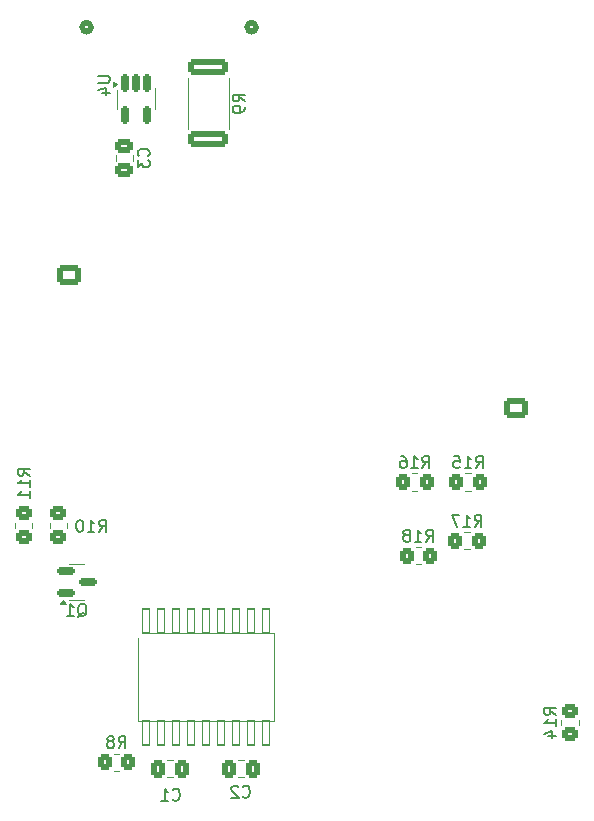
<source format=gbo>
G04 #@! TF.GenerationSoftware,KiCad,Pcbnew,8.0.2+dfsg-1*
G04 #@! TF.CreationDate,2024-06-12T08:48:23-04:00*
G04 #@! TF.ProjectId,relay_board,72656c61-795f-4626-9f61-72642e6b6963,rev?*
G04 #@! TF.SameCoordinates,Original*
G04 #@! TF.FileFunction,Legend,Bot*
G04 #@! TF.FilePolarity,Positive*
%FSLAX46Y46*%
G04 Gerber Fmt 4.6, Leading zero omitted, Abs format (unit mm)*
G04 Created by KiCad (PCBNEW 8.0.2+dfsg-1) date 2024-06-12 08:48:23*
%MOMM*%
%LPD*%
G01*
G04 APERTURE LIST*
G04 Aperture macros list*
%AMRoundRect*
0 Rectangle with rounded corners*
0 $1 Rounding radius*
0 $2 $3 $4 $5 $6 $7 $8 $9 X,Y pos of 4 corners*
0 Add a 4 corners polygon primitive as box body*
4,1,4,$2,$3,$4,$5,$6,$7,$8,$9,$2,$3,0*
0 Add four circle primitives for the rounded corners*
1,1,$1+$1,$2,$3*
1,1,$1+$1,$4,$5*
1,1,$1+$1,$6,$7*
1,1,$1+$1,$8,$9*
0 Add four rect primitives between the rounded corners*
20,1,$1+$1,$2,$3,$4,$5,0*
20,1,$1+$1,$4,$5,$6,$7,0*
20,1,$1+$1,$6,$7,$8,$9,0*
20,1,$1+$1,$8,$9,$2,$3,0*%
G04 Aperture macros list end*
%ADD10C,0.150000*%
%ADD11C,0.508000*%
%ADD12C,0.120000*%
%ADD13C,0.100000*%
%ADD14C,6.400000*%
%ADD15R,2.108200X2.108200*%
%ADD16C,2.108200*%
%ADD17R,1.600000X1.600000*%
%ADD18C,1.600000*%
%ADD19RoundRect,0.250000X-0.725000X0.600000X-0.725000X-0.600000X0.725000X-0.600000X0.725000X0.600000X0*%
%ADD20O,1.950000X1.700000*%
%ADD21RoundRect,0.250000X0.725000X-0.600000X0.725000X0.600000X-0.725000X0.600000X-0.725000X-0.600000X0*%
%ADD22R,1.700000X1.700000*%
%ADD23C,1.803400*%
%ADD24R,2.600000X2.600000*%
%ADD25C,2.600000*%
%ADD26C,2.641600*%
%ADD27C,1.676400*%
%ADD28RoundRect,0.249999X1.425001X-0.450001X1.425001X0.450001X-1.425001X0.450001X-1.425001X-0.450001X0*%
%ADD29RoundRect,0.162500X-0.162500X0.617500X-0.162500X-0.617500X0.162500X-0.617500X0.162500X0.617500X0*%
%ADD30RoundRect,0.250000X0.337500X0.475000X-0.337500X0.475000X-0.337500X-0.475000X0.337500X-0.475000X0*%
%ADD31RoundRect,0.250000X0.450000X-0.350000X0.450000X0.350000X-0.450000X0.350000X-0.450000X-0.350000X0*%
%ADD32RoundRect,0.250000X0.350000X0.450000X-0.350000X0.450000X-0.350000X-0.450000X0.350000X-0.450000X0*%
%ADD33RoundRect,0.150000X-0.587500X-0.150000X0.587500X-0.150000X0.587500X0.150000X-0.587500X0.150000X0*%
%ADD34RoundRect,0.070000X-0.300000X-1.000000X0.300000X-1.000000X0.300000X1.000000X-0.300000X1.000000X0*%
%ADD35RoundRect,0.250000X-0.450000X0.350000X-0.450000X-0.350000X0.450000X-0.350000X0.450000X0.350000X0*%
%ADD36RoundRect,0.250000X0.475000X-0.337500X0.475000X0.337500X-0.475000X0.337500X-0.475000X-0.337500X0*%
G04 APERTURE END LIST*
D10*
X151715619Y-80960933D02*
X151239428Y-80627600D01*
X151715619Y-80389505D02*
X150715619Y-80389505D01*
X150715619Y-80389505D02*
X150715619Y-80770457D01*
X150715619Y-80770457D02*
X150763238Y-80865695D01*
X150763238Y-80865695D02*
X150810857Y-80913314D01*
X150810857Y-80913314D02*
X150906095Y-80960933D01*
X150906095Y-80960933D02*
X151048952Y-80960933D01*
X151048952Y-80960933D02*
X151144190Y-80913314D01*
X151144190Y-80913314D02*
X151191809Y-80865695D01*
X151191809Y-80865695D02*
X151239428Y-80770457D01*
X151239428Y-80770457D02*
X151239428Y-80389505D01*
X151715619Y-81437124D02*
X151715619Y-81627600D01*
X151715619Y-81627600D02*
X151668000Y-81722838D01*
X151668000Y-81722838D02*
X151620380Y-81770457D01*
X151620380Y-81770457D02*
X151477523Y-81865695D01*
X151477523Y-81865695D02*
X151287047Y-81913314D01*
X151287047Y-81913314D02*
X150906095Y-81913314D01*
X150906095Y-81913314D02*
X150810857Y-81865695D01*
X150810857Y-81865695D02*
X150763238Y-81818076D01*
X150763238Y-81818076D02*
X150715619Y-81722838D01*
X150715619Y-81722838D02*
X150715619Y-81532362D01*
X150715619Y-81532362D02*
X150763238Y-81437124D01*
X150763238Y-81437124D02*
X150810857Y-81389505D01*
X150810857Y-81389505D02*
X150906095Y-81341886D01*
X150906095Y-81341886D02*
X151144190Y-81341886D01*
X151144190Y-81341886D02*
X151239428Y-81389505D01*
X151239428Y-81389505D02*
X151287047Y-81437124D01*
X151287047Y-81437124D02*
X151334666Y-81532362D01*
X151334666Y-81532362D02*
X151334666Y-81722838D01*
X151334666Y-81722838D02*
X151287047Y-81818076D01*
X151287047Y-81818076D02*
X151239428Y-81865695D01*
X151239428Y-81865695D02*
X151144190Y-81913314D01*
X139307219Y-78790895D02*
X140116742Y-78790895D01*
X140116742Y-78790895D02*
X140211980Y-78838514D01*
X140211980Y-78838514D02*
X140259600Y-78886133D01*
X140259600Y-78886133D02*
X140307219Y-78981371D01*
X140307219Y-78981371D02*
X140307219Y-79171847D01*
X140307219Y-79171847D02*
X140259600Y-79267085D01*
X140259600Y-79267085D02*
X140211980Y-79314704D01*
X140211980Y-79314704D02*
X140116742Y-79362323D01*
X140116742Y-79362323D02*
X139307219Y-79362323D01*
X139640552Y-80267085D02*
X140307219Y-80267085D01*
X139259600Y-80028990D02*
X139973885Y-79790895D01*
X139973885Y-79790895D02*
X139973885Y-80409942D01*
X151550666Y-139805580D02*
X151598285Y-139853200D01*
X151598285Y-139853200D02*
X151741142Y-139900819D01*
X151741142Y-139900819D02*
X151836380Y-139900819D01*
X151836380Y-139900819D02*
X151979237Y-139853200D01*
X151979237Y-139853200D02*
X152074475Y-139757961D01*
X152074475Y-139757961D02*
X152122094Y-139662723D01*
X152122094Y-139662723D02*
X152169713Y-139472247D01*
X152169713Y-139472247D02*
X152169713Y-139329390D01*
X152169713Y-139329390D02*
X152122094Y-139138914D01*
X152122094Y-139138914D02*
X152074475Y-139043676D01*
X152074475Y-139043676D02*
X151979237Y-138948438D01*
X151979237Y-138948438D02*
X151836380Y-138900819D01*
X151836380Y-138900819D02*
X151741142Y-138900819D01*
X151741142Y-138900819D02*
X151598285Y-138948438D01*
X151598285Y-138948438D02*
X151550666Y-138996057D01*
X151169713Y-138996057D02*
X151122094Y-138948438D01*
X151122094Y-138948438D02*
X151026856Y-138900819D01*
X151026856Y-138900819D02*
X150788761Y-138900819D01*
X150788761Y-138900819D02*
X150693523Y-138948438D01*
X150693523Y-138948438D02*
X150645904Y-138996057D01*
X150645904Y-138996057D02*
X150598285Y-139091295D01*
X150598285Y-139091295D02*
X150598285Y-139186533D01*
X150598285Y-139186533D02*
X150645904Y-139329390D01*
X150645904Y-139329390D02*
X151217332Y-139900819D01*
X151217332Y-139900819D02*
X150598285Y-139900819D01*
X133500019Y-112641142D02*
X133023828Y-112307809D01*
X133500019Y-112069714D02*
X132500019Y-112069714D01*
X132500019Y-112069714D02*
X132500019Y-112450666D01*
X132500019Y-112450666D02*
X132547638Y-112545904D01*
X132547638Y-112545904D02*
X132595257Y-112593523D01*
X132595257Y-112593523D02*
X132690495Y-112641142D01*
X132690495Y-112641142D02*
X132833352Y-112641142D01*
X132833352Y-112641142D02*
X132928590Y-112593523D01*
X132928590Y-112593523D02*
X132976209Y-112545904D01*
X132976209Y-112545904D02*
X133023828Y-112450666D01*
X133023828Y-112450666D02*
X133023828Y-112069714D01*
X133500019Y-113593523D02*
X133500019Y-113022095D01*
X133500019Y-113307809D02*
X132500019Y-113307809D01*
X132500019Y-113307809D02*
X132642876Y-113212571D01*
X132642876Y-113212571D02*
X132738114Y-113117333D01*
X132738114Y-113117333D02*
X132785733Y-113022095D01*
X133500019Y-114545904D02*
X133500019Y-113974476D01*
X133500019Y-114260190D02*
X132500019Y-114260190D01*
X132500019Y-114260190D02*
X132642876Y-114164952D01*
X132642876Y-114164952D02*
X132738114Y-114069714D01*
X132738114Y-114069714D02*
X132785733Y-113974476D01*
X139377657Y-117396419D02*
X139710990Y-116920228D01*
X139949085Y-117396419D02*
X139949085Y-116396419D01*
X139949085Y-116396419D02*
X139568133Y-116396419D01*
X139568133Y-116396419D02*
X139472895Y-116444038D01*
X139472895Y-116444038D02*
X139425276Y-116491657D01*
X139425276Y-116491657D02*
X139377657Y-116586895D01*
X139377657Y-116586895D02*
X139377657Y-116729752D01*
X139377657Y-116729752D02*
X139425276Y-116824990D01*
X139425276Y-116824990D02*
X139472895Y-116872609D01*
X139472895Y-116872609D02*
X139568133Y-116920228D01*
X139568133Y-116920228D02*
X139949085Y-116920228D01*
X138425276Y-117396419D02*
X138996704Y-117396419D01*
X138710990Y-117396419D02*
X138710990Y-116396419D01*
X138710990Y-116396419D02*
X138806228Y-116539276D01*
X138806228Y-116539276D02*
X138901466Y-116634514D01*
X138901466Y-116634514D02*
X138996704Y-116682133D01*
X137806228Y-116396419D02*
X137710990Y-116396419D01*
X137710990Y-116396419D02*
X137615752Y-116444038D01*
X137615752Y-116444038D02*
X137568133Y-116491657D01*
X137568133Y-116491657D02*
X137520514Y-116586895D01*
X137520514Y-116586895D02*
X137472895Y-116777371D01*
X137472895Y-116777371D02*
X137472895Y-117015466D01*
X137472895Y-117015466D02*
X137520514Y-117205942D01*
X137520514Y-117205942D02*
X137568133Y-117301180D01*
X137568133Y-117301180D02*
X137615752Y-117348800D01*
X137615752Y-117348800D02*
X137710990Y-117396419D01*
X137710990Y-117396419D02*
X137806228Y-117396419D01*
X137806228Y-117396419D02*
X137901466Y-117348800D01*
X137901466Y-117348800D02*
X137949085Y-117301180D01*
X137949085Y-117301180D02*
X137996704Y-117205942D01*
X137996704Y-117205942D02*
X138044323Y-117015466D01*
X138044323Y-117015466D02*
X138044323Y-116777371D01*
X138044323Y-116777371D02*
X137996704Y-116586895D01*
X137996704Y-116586895D02*
X137949085Y-116491657D01*
X137949085Y-116491657D02*
X137901466Y-116444038D01*
X137901466Y-116444038D02*
X137806228Y-116396419D01*
X141035066Y-135710819D02*
X141368399Y-135234628D01*
X141606494Y-135710819D02*
X141606494Y-134710819D01*
X141606494Y-134710819D02*
X141225542Y-134710819D01*
X141225542Y-134710819D02*
X141130304Y-134758438D01*
X141130304Y-134758438D02*
X141082685Y-134806057D01*
X141082685Y-134806057D02*
X141035066Y-134901295D01*
X141035066Y-134901295D02*
X141035066Y-135044152D01*
X141035066Y-135044152D02*
X141082685Y-135139390D01*
X141082685Y-135139390D02*
X141130304Y-135187009D01*
X141130304Y-135187009D02*
X141225542Y-135234628D01*
X141225542Y-135234628D02*
X141606494Y-135234628D01*
X140463637Y-135139390D02*
X140558875Y-135091771D01*
X140558875Y-135091771D02*
X140606494Y-135044152D01*
X140606494Y-135044152D02*
X140654113Y-134948914D01*
X140654113Y-134948914D02*
X140654113Y-134901295D01*
X140654113Y-134901295D02*
X140606494Y-134806057D01*
X140606494Y-134806057D02*
X140558875Y-134758438D01*
X140558875Y-134758438D02*
X140463637Y-134710819D01*
X140463637Y-134710819D02*
X140273161Y-134710819D01*
X140273161Y-134710819D02*
X140177923Y-134758438D01*
X140177923Y-134758438D02*
X140130304Y-134806057D01*
X140130304Y-134806057D02*
X140082685Y-134901295D01*
X140082685Y-134901295D02*
X140082685Y-134948914D01*
X140082685Y-134948914D02*
X140130304Y-135044152D01*
X140130304Y-135044152D02*
X140177923Y-135091771D01*
X140177923Y-135091771D02*
X140273161Y-135139390D01*
X140273161Y-135139390D02*
X140463637Y-135139390D01*
X140463637Y-135139390D02*
X140558875Y-135187009D01*
X140558875Y-135187009D02*
X140606494Y-135234628D01*
X140606494Y-135234628D02*
X140654113Y-135329866D01*
X140654113Y-135329866D02*
X140654113Y-135520342D01*
X140654113Y-135520342D02*
X140606494Y-135615580D01*
X140606494Y-135615580D02*
X140558875Y-135663200D01*
X140558875Y-135663200D02*
X140463637Y-135710819D01*
X140463637Y-135710819D02*
X140273161Y-135710819D01*
X140273161Y-135710819D02*
X140177923Y-135663200D01*
X140177923Y-135663200D02*
X140130304Y-135615580D01*
X140130304Y-135615580D02*
X140082685Y-135520342D01*
X140082685Y-135520342D02*
X140082685Y-135329866D01*
X140082685Y-135329866D02*
X140130304Y-135234628D01*
X140130304Y-135234628D02*
X140177923Y-135187009D01*
X140177923Y-135187009D02*
X140273161Y-135139390D01*
X171280057Y-111987219D02*
X171613390Y-111511028D01*
X171851485Y-111987219D02*
X171851485Y-110987219D01*
X171851485Y-110987219D02*
X171470533Y-110987219D01*
X171470533Y-110987219D02*
X171375295Y-111034838D01*
X171375295Y-111034838D02*
X171327676Y-111082457D01*
X171327676Y-111082457D02*
X171280057Y-111177695D01*
X171280057Y-111177695D02*
X171280057Y-111320552D01*
X171280057Y-111320552D02*
X171327676Y-111415790D01*
X171327676Y-111415790D02*
X171375295Y-111463409D01*
X171375295Y-111463409D02*
X171470533Y-111511028D01*
X171470533Y-111511028D02*
X171851485Y-111511028D01*
X170327676Y-111987219D02*
X170899104Y-111987219D01*
X170613390Y-111987219D02*
X170613390Y-110987219D01*
X170613390Y-110987219D02*
X170708628Y-111130076D01*
X170708628Y-111130076D02*
X170803866Y-111225314D01*
X170803866Y-111225314D02*
X170899104Y-111272933D01*
X169422914Y-110987219D02*
X169899104Y-110987219D01*
X169899104Y-110987219D02*
X169946723Y-111463409D01*
X169946723Y-111463409D02*
X169899104Y-111415790D01*
X169899104Y-111415790D02*
X169803866Y-111368171D01*
X169803866Y-111368171D02*
X169565771Y-111368171D01*
X169565771Y-111368171D02*
X169470533Y-111415790D01*
X169470533Y-111415790D02*
X169422914Y-111463409D01*
X169422914Y-111463409D02*
X169375295Y-111558647D01*
X169375295Y-111558647D02*
X169375295Y-111796742D01*
X169375295Y-111796742D02*
X169422914Y-111891980D01*
X169422914Y-111891980D02*
X169470533Y-111939600D01*
X169470533Y-111939600D02*
X169565771Y-111987219D01*
X169565771Y-111987219D02*
X169803866Y-111987219D01*
X169803866Y-111987219D02*
X169899104Y-111939600D01*
X169899104Y-111939600D02*
X169946723Y-111891980D01*
X145607066Y-140059580D02*
X145654685Y-140107200D01*
X145654685Y-140107200D02*
X145797542Y-140154819D01*
X145797542Y-140154819D02*
X145892780Y-140154819D01*
X145892780Y-140154819D02*
X146035637Y-140107200D01*
X146035637Y-140107200D02*
X146130875Y-140011961D01*
X146130875Y-140011961D02*
X146178494Y-139916723D01*
X146178494Y-139916723D02*
X146226113Y-139726247D01*
X146226113Y-139726247D02*
X146226113Y-139583390D01*
X146226113Y-139583390D02*
X146178494Y-139392914D01*
X146178494Y-139392914D02*
X146130875Y-139297676D01*
X146130875Y-139297676D02*
X146035637Y-139202438D01*
X146035637Y-139202438D02*
X145892780Y-139154819D01*
X145892780Y-139154819D02*
X145797542Y-139154819D01*
X145797542Y-139154819D02*
X145654685Y-139202438D01*
X145654685Y-139202438D02*
X145607066Y-139250057D01*
X144654685Y-140154819D02*
X145226113Y-140154819D01*
X144940399Y-140154819D02*
X144940399Y-139154819D01*
X144940399Y-139154819D02*
X145035637Y-139297676D01*
X145035637Y-139297676D02*
X145130875Y-139392914D01*
X145130875Y-139392914D02*
X145226113Y-139440533D01*
X137583138Y-124600857D02*
X137678376Y-124553238D01*
X137678376Y-124553238D02*
X137773614Y-124458000D01*
X137773614Y-124458000D02*
X137916471Y-124315142D01*
X137916471Y-124315142D02*
X138011709Y-124267523D01*
X138011709Y-124267523D02*
X138106947Y-124267523D01*
X138059328Y-124505619D02*
X138154566Y-124458000D01*
X138154566Y-124458000D02*
X138249804Y-124362761D01*
X138249804Y-124362761D02*
X138297423Y-124172285D01*
X138297423Y-124172285D02*
X138297423Y-123838952D01*
X138297423Y-123838952D02*
X138249804Y-123648476D01*
X138249804Y-123648476D02*
X138154566Y-123553238D01*
X138154566Y-123553238D02*
X138059328Y-123505619D01*
X138059328Y-123505619D02*
X137868852Y-123505619D01*
X137868852Y-123505619D02*
X137773614Y-123553238D01*
X137773614Y-123553238D02*
X137678376Y-123648476D01*
X137678376Y-123648476D02*
X137630757Y-123838952D01*
X137630757Y-123838952D02*
X137630757Y-124172285D01*
X137630757Y-124172285D02*
X137678376Y-124362761D01*
X137678376Y-124362761D02*
X137773614Y-124458000D01*
X137773614Y-124458000D02*
X137868852Y-124505619D01*
X137868852Y-124505619D02*
X138059328Y-124505619D01*
X136678376Y-124505619D02*
X137249804Y-124505619D01*
X136964090Y-124505619D02*
X136964090Y-123505619D01*
X136964090Y-123505619D02*
X137059328Y-123648476D01*
X137059328Y-123648476D02*
X137154566Y-123743714D01*
X137154566Y-123743714D02*
X137249804Y-123791333D01*
X178078019Y-132910342D02*
X177601828Y-132577009D01*
X178078019Y-132338914D02*
X177078019Y-132338914D01*
X177078019Y-132338914D02*
X177078019Y-132719866D01*
X177078019Y-132719866D02*
X177125638Y-132815104D01*
X177125638Y-132815104D02*
X177173257Y-132862723D01*
X177173257Y-132862723D02*
X177268495Y-132910342D01*
X177268495Y-132910342D02*
X177411352Y-132910342D01*
X177411352Y-132910342D02*
X177506590Y-132862723D01*
X177506590Y-132862723D02*
X177554209Y-132815104D01*
X177554209Y-132815104D02*
X177601828Y-132719866D01*
X177601828Y-132719866D02*
X177601828Y-132338914D01*
X178078019Y-133862723D02*
X178078019Y-133291295D01*
X178078019Y-133577009D02*
X177078019Y-133577009D01*
X177078019Y-133577009D02*
X177220876Y-133481771D01*
X177220876Y-133481771D02*
X177316114Y-133386533D01*
X177316114Y-133386533D02*
X177363733Y-133291295D01*
X177411352Y-134719866D02*
X178078019Y-134719866D01*
X177030400Y-134481771D02*
X177744685Y-134243676D01*
X177744685Y-134243676D02*
X177744685Y-134862723D01*
X171178457Y-116965619D02*
X171511790Y-116489428D01*
X171749885Y-116965619D02*
X171749885Y-115965619D01*
X171749885Y-115965619D02*
X171368933Y-115965619D01*
X171368933Y-115965619D02*
X171273695Y-116013238D01*
X171273695Y-116013238D02*
X171226076Y-116060857D01*
X171226076Y-116060857D02*
X171178457Y-116156095D01*
X171178457Y-116156095D02*
X171178457Y-116298952D01*
X171178457Y-116298952D02*
X171226076Y-116394190D01*
X171226076Y-116394190D02*
X171273695Y-116441809D01*
X171273695Y-116441809D02*
X171368933Y-116489428D01*
X171368933Y-116489428D02*
X171749885Y-116489428D01*
X170226076Y-116965619D02*
X170797504Y-116965619D01*
X170511790Y-116965619D02*
X170511790Y-115965619D01*
X170511790Y-115965619D02*
X170607028Y-116108476D01*
X170607028Y-116108476D02*
X170702266Y-116203714D01*
X170702266Y-116203714D02*
X170797504Y-116251333D01*
X169892742Y-115965619D02*
X169226076Y-115965619D01*
X169226076Y-115965619D02*
X169654647Y-116965619D01*
X143568380Y-85583733D02*
X143616000Y-85536114D01*
X143616000Y-85536114D02*
X143663619Y-85393257D01*
X143663619Y-85393257D02*
X143663619Y-85298019D01*
X143663619Y-85298019D02*
X143616000Y-85155162D01*
X143616000Y-85155162D02*
X143520761Y-85059924D01*
X143520761Y-85059924D02*
X143425523Y-85012305D01*
X143425523Y-85012305D02*
X143235047Y-84964686D01*
X143235047Y-84964686D02*
X143092190Y-84964686D01*
X143092190Y-84964686D02*
X142901714Y-85012305D01*
X142901714Y-85012305D02*
X142806476Y-85059924D01*
X142806476Y-85059924D02*
X142711238Y-85155162D01*
X142711238Y-85155162D02*
X142663619Y-85298019D01*
X142663619Y-85298019D02*
X142663619Y-85393257D01*
X142663619Y-85393257D02*
X142711238Y-85536114D01*
X142711238Y-85536114D02*
X142758857Y-85583733D01*
X142663619Y-85917067D02*
X142663619Y-86536114D01*
X142663619Y-86536114D02*
X143044571Y-86202781D01*
X143044571Y-86202781D02*
X143044571Y-86345638D01*
X143044571Y-86345638D02*
X143092190Y-86440876D01*
X143092190Y-86440876D02*
X143139809Y-86488495D01*
X143139809Y-86488495D02*
X143235047Y-86536114D01*
X143235047Y-86536114D02*
X143473142Y-86536114D01*
X143473142Y-86536114D02*
X143568380Y-86488495D01*
X143568380Y-86488495D02*
X143616000Y-86440876D01*
X143616000Y-86440876D02*
X143663619Y-86345638D01*
X143663619Y-86345638D02*
X143663619Y-86059924D01*
X143663619Y-86059924D02*
X143616000Y-85964686D01*
X143616000Y-85964686D02*
X143568380Y-85917067D01*
X167063657Y-118235619D02*
X167396990Y-117759428D01*
X167635085Y-118235619D02*
X167635085Y-117235619D01*
X167635085Y-117235619D02*
X167254133Y-117235619D01*
X167254133Y-117235619D02*
X167158895Y-117283238D01*
X167158895Y-117283238D02*
X167111276Y-117330857D01*
X167111276Y-117330857D02*
X167063657Y-117426095D01*
X167063657Y-117426095D02*
X167063657Y-117568952D01*
X167063657Y-117568952D02*
X167111276Y-117664190D01*
X167111276Y-117664190D02*
X167158895Y-117711809D01*
X167158895Y-117711809D02*
X167254133Y-117759428D01*
X167254133Y-117759428D02*
X167635085Y-117759428D01*
X166111276Y-118235619D02*
X166682704Y-118235619D01*
X166396990Y-118235619D02*
X166396990Y-117235619D01*
X166396990Y-117235619D02*
X166492228Y-117378476D01*
X166492228Y-117378476D02*
X166587466Y-117473714D01*
X166587466Y-117473714D02*
X166682704Y-117521333D01*
X165539847Y-117664190D02*
X165635085Y-117616571D01*
X165635085Y-117616571D02*
X165682704Y-117568952D01*
X165682704Y-117568952D02*
X165730323Y-117473714D01*
X165730323Y-117473714D02*
X165730323Y-117426095D01*
X165730323Y-117426095D02*
X165682704Y-117330857D01*
X165682704Y-117330857D02*
X165635085Y-117283238D01*
X165635085Y-117283238D02*
X165539847Y-117235619D01*
X165539847Y-117235619D02*
X165349371Y-117235619D01*
X165349371Y-117235619D02*
X165254133Y-117283238D01*
X165254133Y-117283238D02*
X165206514Y-117330857D01*
X165206514Y-117330857D02*
X165158895Y-117426095D01*
X165158895Y-117426095D02*
X165158895Y-117473714D01*
X165158895Y-117473714D02*
X165206514Y-117568952D01*
X165206514Y-117568952D02*
X165254133Y-117616571D01*
X165254133Y-117616571D02*
X165349371Y-117664190D01*
X165349371Y-117664190D02*
X165539847Y-117664190D01*
X165539847Y-117664190D02*
X165635085Y-117711809D01*
X165635085Y-117711809D02*
X165682704Y-117759428D01*
X165682704Y-117759428D02*
X165730323Y-117854666D01*
X165730323Y-117854666D02*
X165730323Y-118045142D01*
X165730323Y-118045142D02*
X165682704Y-118140380D01*
X165682704Y-118140380D02*
X165635085Y-118188000D01*
X165635085Y-118188000D02*
X165539847Y-118235619D01*
X165539847Y-118235619D02*
X165349371Y-118235619D01*
X165349371Y-118235619D02*
X165254133Y-118188000D01*
X165254133Y-118188000D02*
X165206514Y-118140380D01*
X165206514Y-118140380D02*
X165158895Y-118045142D01*
X165158895Y-118045142D02*
X165158895Y-117854666D01*
X165158895Y-117854666D02*
X165206514Y-117759428D01*
X165206514Y-117759428D02*
X165254133Y-117711809D01*
X165254133Y-117711809D02*
X165349371Y-117664190D01*
X166758857Y-111987219D02*
X167092190Y-111511028D01*
X167330285Y-111987219D02*
X167330285Y-110987219D01*
X167330285Y-110987219D02*
X166949333Y-110987219D01*
X166949333Y-110987219D02*
X166854095Y-111034838D01*
X166854095Y-111034838D02*
X166806476Y-111082457D01*
X166806476Y-111082457D02*
X166758857Y-111177695D01*
X166758857Y-111177695D02*
X166758857Y-111320552D01*
X166758857Y-111320552D02*
X166806476Y-111415790D01*
X166806476Y-111415790D02*
X166854095Y-111463409D01*
X166854095Y-111463409D02*
X166949333Y-111511028D01*
X166949333Y-111511028D02*
X167330285Y-111511028D01*
X165806476Y-111987219D02*
X166377904Y-111987219D01*
X166092190Y-111987219D02*
X166092190Y-110987219D01*
X166092190Y-110987219D02*
X166187428Y-111130076D01*
X166187428Y-111130076D02*
X166282666Y-111225314D01*
X166282666Y-111225314D02*
X166377904Y-111272933D01*
X164949333Y-110987219D02*
X165139809Y-110987219D01*
X165139809Y-110987219D02*
X165235047Y-111034838D01*
X165235047Y-111034838D02*
X165282666Y-111082457D01*
X165282666Y-111082457D02*
X165377904Y-111225314D01*
X165377904Y-111225314D02*
X165425523Y-111415790D01*
X165425523Y-111415790D02*
X165425523Y-111796742D01*
X165425523Y-111796742D02*
X165377904Y-111891980D01*
X165377904Y-111891980D02*
X165330285Y-111939600D01*
X165330285Y-111939600D02*
X165235047Y-111987219D01*
X165235047Y-111987219D02*
X165044571Y-111987219D01*
X165044571Y-111987219D02*
X164949333Y-111939600D01*
X164949333Y-111939600D02*
X164901714Y-111891980D01*
X164901714Y-111891980D02*
X164854095Y-111796742D01*
X164854095Y-111796742D02*
X164854095Y-111558647D01*
X164854095Y-111558647D02*
X164901714Y-111463409D01*
X164901714Y-111463409D02*
X164949333Y-111415790D01*
X164949333Y-111415790D02*
X165044571Y-111368171D01*
X165044571Y-111368171D02*
X165235047Y-111368171D01*
X165235047Y-111368171D02*
X165330285Y-111415790D01*
X165330285Y-111415790D02*
X165377904Y-111463409D01*
X165377904Y-111463409D02*
X165425523Y-111558647D01*
D11*
X138709400Y-74677001D02*
G75*
G02*
X137947400Y-74677001I-381000J0D01*
G01*
X137947400Y-74677001D02*
G75*
G02*
X138709400Y-74677001I381000J0D01*
G01*
X152679400Y-74677001D02*
G75*
G02*
X151917400Y-74677001I-381000J0D01*
G01*
X151917400Y-74677001D02*
G75*
G02*
X152679400Y-74677001I381000J0D01*
G01*
D12*
X146930800Y-78950536D02*
X146930800Y-83304664D01*
X150350800Y-78950536D02*
X150350800Y-83304664D01*
X140884000Y-80021200D02*
X140884000Y-80821200D01*
X140884000Y-81621200D02*
X140884000Y-80821200D01*
X144104000Y-81621200D02*
X144104000Y-79821200D01*
X140934000Y-79521200D02*
X140604000Y-79761200D01*
X140604000Y-79281200D01*
X140934000Y-79521200D01*
G36*
X140934000Y-79521200D02*
G01*
X140604000Y-79761200D01*
X140604000Y-79281200D01*
X140934000Y-79521200D01*
G37*
X151122748Y-136729800D02*
X151645252Y-136729800D01*
X151122748Y-138199800D02*
X151645252Y-138199800D01*
X132255800Y-116612936D02*
X132255800Y-117067064D01*
X133725800Y-116612936D02*
X133725800Y-117067064D01*
X135205800Y-116612936D02*
X135205800Y-117067064D01*
X136675800Y-116612936D02*
X136675800Y-117067064D01*
X140641336Y-136171000D02*
X141095464Y-136171000D01*
X140641336Y-137641000D02*
X141095464Y-137641000D01*
X170410136Y-112447400D02*
X170864264Y-112447400D01*
X170410136Y-113917400D02*
X170864264Y-113917400D01*
X145128348Y-136729800D02*
X145650852Y-136729800D01*
X145128348Y-138199800D02*
X145650852Y-138199800D01*
X136837900Y-120090800D02*
X137487900Y-120090800D01*
X136837900Y-123210800D02*
X137487900Y-123210800D01*
X138137900Y-120090800D02*
X137487900Y-120090800D01*
X138137900Y-123210800D02*
X137487900Y-123210800D01*
X136565400Y-123490800D02*
X136085400Y-123490800D01*
X136325400Y-123160800D01*
X136565400Y-123490800D01*
G36*
X136565400Y-123490800D02*
G01*
X136085400Y-123490800D01*
X136325400Y-123160800D01*
X136565400Y-123490800D01*
G37*
D13*
X142662600Y-126392400D02*
X142662600Y-133442400D01*
X154207600Y-125942400D02*
X143177600Y-125942400D01*
X154207600Y-133442400D02*
X142657600Y-133442400D01*
X154212600Y-125942400D02*
X154212600Y-133442400D01*
D12*
X178538200Y-133780264D02*
X178538200Y-133326136D01*
X180008200Y-133780264D02*
X180008200Y-133326136D01*
X170308536Y-117425800D02*
X170762664Y-117425800D01*
X170308536Y-118895800D02*
X170762664Y-118895800D01*
X140793800Y-85489148D02*
X140793800Y-86011652D01*
X142263800Y-85489148D02*
X142263800Y-86011652D01*
X166193736Y-118695800D02*
X166647864Y-118695800D01*
X166193736Y-120165800D02*
X166647864Y-120165800D01*
X165888936Y-112447400D02*
X166343064Y-112447400D01*
X165888936Y-113917400D02*
X166343064Y-113917400D01*
%LPC*%
D14*
X171069000Y-138938000D03*
D15*
X167157400Y-89281000D03*
D16*
X167157400Y-85877400D03*
X153695400Y-89281000D03*
X153695400Y-85877400D03*
D14*
X133985000Y-73914000D03*
D17*
X172313600Y-80020000D03*
D18*
X172313600Y-82560000D03*
X172313600Y-85100000D03*
X172313600Y-87640000D03*
X179933600Y-87640000D03*
X179933600Y-85100000D03*
X179933600Y-82560000D03*
X179933600Y-80020000D03*
D14*
X134112000Y-138938000D03*
D19*
X136876400Y-95634800D03*
D20*
X136876400Y-98134800D03*
X136876400Y-100634800D03*
X136876400Y-103134800D03*
X136876400Y-105634800D03*
D21*
X174701200Y-106934000D03*
D20*
X174701200Y-104434000D03*
X174701200Y-101934000D03*
X174701200Y-99434000D03*
X174701200Y-96934000D03*
D22*
X168706800Y-81076800D03*
D14*
X171069000Y-73914000D03*
D22*
X132842000Y-129336800D03*
D23*
X142265400Y-74677001D03*
X148615400Y-74677001D03*
D22*
X132588000Y-123647200D03*
D24*
X175395000Y-128150000D03*
D25*
X175395000Y-123150000D03*
X175395000Y-118150000D03*
X175395000Y-113150000D03*
D23*
X156235400Y-74677001D03*
X162585400Y-74677001D03*
D26*
X146354800Y-105613200D03*
X164134800Y-103073200D03*
D27*
X160324800Y-118313200D03*
X150164800Y-118313200D03*
D26*
X164134800Y-95453200D03*
D28*
X148640800Y-84177600D03*
X148640800Y-78077600D03*
D29*
X141544000Y-79371200D03*
X142494000Y-79371200D03*
X143444000Y-79371200D03*
X143444000Y-82071200D03*
X141544000Y-82071200D03*
D30*
X152421500Y-137464800D03*
X150346500Y-137464800D03*
D31*
X132990800Y-117840000D03*
X132990800Y-115840000D03*
X135940800Y-117840000D03*
X135940800Y-115840000D03*
D32*
X141868400Y-136906000D03*
X139868400Y-136906000D03*
X171637200Y-113182400D03*
X169637200Y-113182400D03*
D30*
X146427100Y-137464800D03*
X144352100Y-137464800D03*
D33*
X136550400Y-122600800D03*
X136550400Y-120700800D03*
X138425400Y-121650800D03*
D34*
X143357600Y-124992400D03*
X144627600Y-124992400D03*
X145897600Y-124992400D03*
X147167600Y-124992400D03*
X148437600Y-124992400D03*
X149707600Y-124992400D03*
X150977600Y-124992400D03*
X152247600Y-124992400D03*
X153517600Y-124992400D03*
X153517600Y-134392400D03*
X152247600Y-134392400D03*
X150977600Y-134392400D03*
X149707600Y-134392400D03*
X148437600Y-134392400D03*
X147167600Y-134392400D03*
X145897600Y-134392400D03*
X144627600Y-134392400D03*
X143357600Y-134392400D03*
D35*
X179273200Y-132553200D03*
X179273200Y-134553200D03*
D32*
X171535600Y-118160800D03*
X169535600Y-118160800D03*
D36*
X141528800Y-86787900D03*
X141528800Y-84712900D03*
D32*
X167420800Y-119430800D03*
X165420800Y-119430800D03*
X167116000Y-113182400D03*
X165116000Y-113182400D03*
%LPD*%
M02*

</source>
